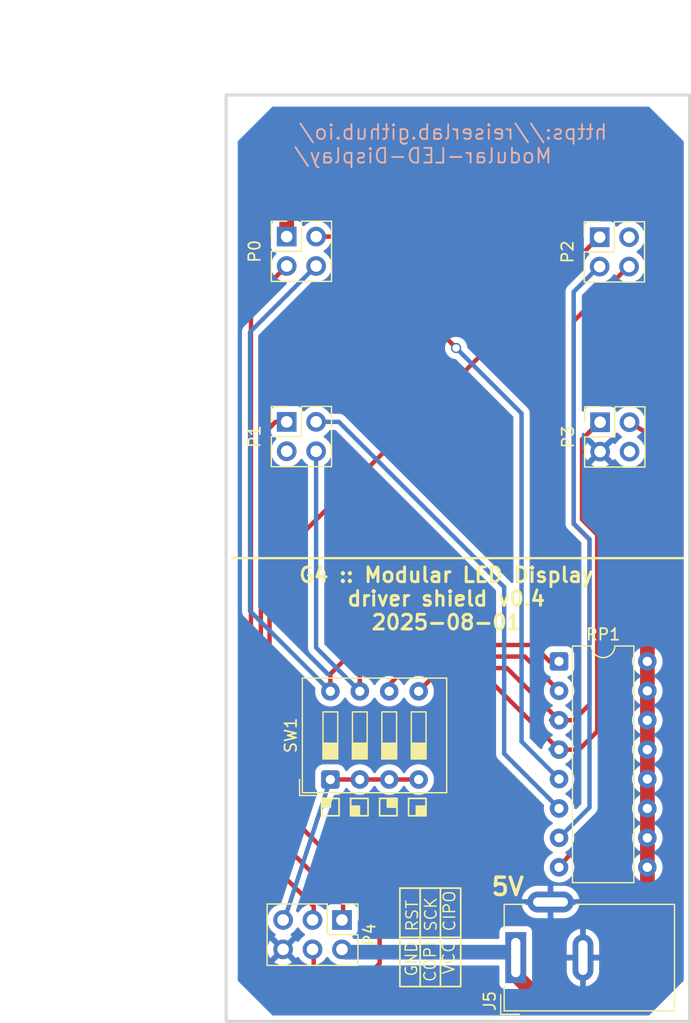
<source format=kicad_pcb>
(kicad_pcb (version 20241229) (generator "pcbnew") (generator_version "9.0")
  (title_block (title "driver shield") (date "2025-08-01") (rev "v0.4") (company "MCN-NET for Reiser Lab @ Janelia"))
  (layers (0 "F.Cu" signal) (2 "B.Cu" signal) (13 "F.Paste" user) (15 "B.Paste" user) (5 "F.SilkS" user "F.Silkscreen") (7 "B.SilkS" user "B.Silkscreen") (1 "F.Mask" user) (3 "B.Mask" user) (25 "Edge.Cuts" user))
  (net 0 "")
  (net 1 "+5V")
  (net 2 "/CS0")
  (net 3 "/CS1")
  (net 4 "/CS2")
  (net 5 "/CS3")
  (net 6 "/MISO")
  (net 7 "/MOSI")
  (net 8 "/RESET")
  (net 9 "/RESET_DRV0")
  (net 10 "/RESET_DRV1")
  (net 11 "/RESET_DRV2")
  (net 12 "/RESET_DRV3")
  (net 13 "/SCK")
  (net 14 "GND")
  (footprint "Connector_PinSocket_2.54mm:PinSocket_2x02_P2.54mm_Vertical" (layer "F.Cu") (at 55.23 62.23 90)
    (property "Reference" "P0" (at -1.27 -2.77 90) (layer "F.SilkS"))
    (property "Value" "CONN_2X2")
    (fp_line (start 1.33 -1.33) (end 1.33 0) (stroke (width 0.12)) (layer "F.SilkS"))
    (fp_line (start 0 -1.33) (end 1.33 -1.33) (stroke (width 0.12)) (layer "F.SilkS"))
    (fp_line (start -1.27 -1.33) (end -1.27 1.27) (stroke (width 0.12)) (layer "F.SilkS"))
    (fp_line (start -3.87 -1.33) (end -1.27 -1.33) (stroke (width 0.12)) (layer "F.SilkS"))
    (fp_line (start -3.87 -1.33) (end -3.87 3.87) (stroke (width 0.12)) (layer "F.SilkS"))
    (fp_line (start 1.33 1.27) (end 1.33 3.87) (stroke (width 0.12)) (layer "F.SilkS"))
    (fp_line (start -1.27 1.27) (end 1.33 1.27) (stroke (width 0.12)) (layer "F.SilkS"))
    (fp_line (start -3.87 3.87) (end 1.33 3.87) (stroke (width 0.12)) (layer "F.SilkS"))
    (pad "1" thru_hole rect (at 0 0 90) (size 1.7 1.7) (drill 1) (layers "*.Cu" "*.Mask") (net 1 "+5V"))
    (pad "2" thru_hole circle (at -2.54 0 90) (size 1.7 1.7) (drill 1) (layers "*.Cu" "*.Mask") (net 13 "/SCK"))
    (pad "3" thru_hole circle (at 0 2.54 90) (size 1.7 1.7) (drill 1) (layers "*.Cu" "*.Mask") (net 2 "/CS0"))
    (pad "4" thru_hole circle (at -2.54 2.54 90) (size 1.7 1.7) (drill 1) (layers "*.Cu" "*.Mask") (net 9 "/RESET_DRV0"))
  )
  (footprint "Connector_PinSocket_2.54mm:PinSocket_2x02_P2.54mm_Vertical" (layer "F.Cu") (at 55.23 78.23 90)
    (property "Reference" "P1" (at -1.27 -2.77 90) (layer "F.SilkS"))
    (property "Value" "CONN_2X2")
    (fp_line (start 1.33 -1.33) (end 1.33 0) (stroke (width 0.12)) (layer "F.SilkS"))
    (fp_line (start 0 -1.33) (end 1.33 -1.33) (stroke (width 0.12)) (layer "F.SilkS"))
    (fp_line (start -1.27 -1.33) (end -1.27 1.27) (stroke (width 0.12)) (layer "F.SilkS"))
    (fp_line (start -3.87 -1.33) (end -1.27 -1.33) (stroke (width 0.12)) (layer "F.SilkS"))
    (fp_line (start -3.87 -1.33) (end -3.87 3.87) (stroke (width 0.12)) (layer "F.SilkS"))
    (fp_line (start 1.33 1.27) (end 1.33 3.87) (stroke (width 0.12)) (layer "F.SilkS"))
    (fp_line (start -1.27 1.27) (end 1.33 1.27) (stroke (width 0.12)) (layer "F.SilkS"))
    (fp_line (start -3.87 3.87) (end 1.33 3.87) (stroke (width 0.12)) (layer "F.SilkS"))
    (pad "1" thru_hole rect (at 0 0 90) (size 1.7 1.7) (drill 1) (layers "*.Cu" "*.Mask") (net 6 "/MISO"))
    (pad "2" thru_hole circle (at -2.54 0 90) (size 1.7 1.7) (drill 1) (layers "*.Cu" "*.Mask"))
    (pad "3" thru_hole circle (at 0 2.54 90) (size 1.7 1.7) (drill 1) (layers "*.Cu" "*.Mask") (net 3 "/CS1"))
    (pad "4" thru_hole circle (at -2.54 2.54 90) (size 1.7 1.7) (drill 1) (layers "*.Cu" "*.Mask") (net 10 "/RESET_DRV1"))
  )
  (footprint "Connector_PinSocket_2.54mm:PinSocket_2x02_P2.54mm_Vertical" (layer "F.Cu") (at 82.24 62.28 90)
    (property "Reference" "P2" (at -1.27 -2.77 90) (layer "F.SilkS"))
    (property "Value" "CONN_2X2")
    (fp_line (start 1.33 -1.33) (end 1.33 0) (stroke (width 0.12)) (layer "F.SilkS"))
    (fp_line (start 0 -1.33) (end 1.33 -1.33) (stroke (width 0.12)) (layer "F.SilkS"))
    (fp_line (start -1.27 -1.33) (end -1.27 1.27) (stroke (width 0.12)) (layer "F.SilkS"))
    (fp_line (start -3.87 -1.33) (end -1.27 -1.33) (stroke (width 0.12)) (layer "F.SilkS"))
    (fp_line (start -3.87 -1.33) (end -3.87 3.87) (stroke (width 0.12)) (layer "F.SilkS"))
    (fp_line (start 1.33 1.27) (end 1.33 3.87) (stroke (width 0.12)) (layer "F.SilkS"))
    (fp_line (start -1.27 1.27) (end 1.33 1.27) (stroke (width 0.12)) (layer "F.SilkS"))
    (fp_line (start -3.87 3.87) (end 1.33 3.87) (stroke (width 0.12)) (layer "F.SilkS"))
    (pad "1" thru_hole rect (at 0 0 90) (size 1.7 1.7) (drill 1) (layers "*.Cu" "*.Mask") (net 7 "/MOSI"))
    (pad "2" thru_hole circle (at -2.54 0 90) (size 1.7 1.7) (drill 1) (layers "*.Cu" "*.Mask") (net 4 "/CS2"))
    (pad "3" thru_hole circle (at 0 2.54 90) (size 1.7 1.7) (drill 1) (layers "*.Cu" "*.Mask"))
    (pad "4" thru_hole circle (at -2.54 2.54 90) (size 1.7 1.7) (drill 1) (layers "*.Cu" "*.Mask") (net 11 "/RESET_DRV2"))
  )
  (footprint "Connector_PinSocket_2.54mm:PinSocket_2x02_P2.54mm_Vertical" (layer "F.Cu") (at 82.28 78.26 90)
    (property "Reference" "P3" (at -1.27 -2.77 90) (layer "F.SilkS"))
    (property "Value" "CONN_2X2")
    (fp_line (start 1.33 -1.33) (end 1.33 0) (stroke (width 0.12)) (layer "F.SilkS"))
    (fp_line (start 0 -1.33) (end 1.33 -1.33) (stroke (width 0.12)) (layer "F.SilkS"))
    (fp_line (start -1.27 -1.33) (end -1.27 1.27) (stroke (width 0.12)) (layer "F.SilkS"))
    (fp_line (start -3.87 -1.33) (end -1.27 -1.33) (stroke (width 0.12)) (layer "F.SilkS"))
    (fp_line (start -3.87 -1.33) (end -3.87 3.87) (stroke (width 0.12)) (layer "F.SilkS"))
    (fp_line (start 1.33 1.27) (end 1.33 3.87) (stroke (width 0.12)) (layer "F.SilkS"))
    (fp_line (start -1.27 1.27) (end 1.33 1.27) (stroke (width 0.12)) (layer "F.SilkS"))
    (fp_line (start -3.87 3.87) (end 1.33 3.87) (stroke (width 0.12)) (layer "F.SilkS"))
    (pad "1" thru_hole rect (at 0 0 90) (size 1.7 1.7) (drill 1) (layers "*.Cu" "*.Mask") (net 12 "/RESET_DRV3"))
    (pad "2" thru_hole circle (at -2.54 0 90) (size 1.7 1.7) (drill 1) (layers "*.Cu" "*.Mask") (net 14 "GND"))
    (pad "3" thru_hole circle (at 0 2.54 90) (size 1.7 1.7) (drill 1) (layers "*.Cu" "*.Mask") (net 5 "/CS3"))
    (pad "4" thru_hole circle (at -2.54 2.54 90) (size 1.7 1.7) (drill 1) (layers "*.Cu" "*.Mask"))
  )
  (footprint "Connector_PinHeader_2.54mm:PinHeader_2x03_P2.54mm_Vertical" (layer "F.Cu") (at 60 121.25 -90)
    (property "Reference" "P4" (at 1.27 -2.38 90) (layer "F.SilkS"))
    (property "Value" "CONN_3X2")
    (fp_line (start -1.38 6.46) (end 3.92 6.46) (stroke (width 0.12)) (layer "F.SilkS"))
    (fp_line (start -1.38 1.27) (end -1.38 6.46) (stroke (width 0.12)) (layer "F.SilkS"))
    (fp_line (start -1.38 1.27) (end 1.27 1.27) (stroke (width 0.12)) (layer "F.SilkS"))
    (fp_line (start 1.27 1.27) (end 1.27 -1.38) (stroke (width 0.12)) (layer "F.SilkS"))
    (fp_line (start -1.38 0) (end -1.38 -1.38) (stroke (width 0.12)) (layer "F.SilkS"))
    (fp_line (start -1.38 -1.38) (end 0 -1.38) (stroke (width 0.12)) (layer "F.SilkS"))
    (fp_line (start 1.27 -1.38) (end 3.92 -1.38) (stroke (width 0.12)) (layer "F.SilkS"))
    (fp_line (start 3.92 -1.38) (end 3.92 6.46) (stroke (width 0.12)) (layer "F.SilkS"))
    (pad "1" thru_hole rect (at 0 0 270) (size 1.7 1.7) (drill 1) (layers "*.Cu" "*.Mask") (net 6 "/MISO"))
    (pad "2" thru_hole circle (at 2.54 0 270) (size 1.7 1.7) (drill 1) (layers "*.Cu" "*.Mask") (net 1 "+5V"))
    (pad "3" thru_hole circle (at 0 2.54 270) (size 1.7 1.7) (drill 1) (layers "*.Cu" "*.Mask") (net 13 "/SCK"))
    (pad "4" thru_hole circle (at 2.54 2.54 270) (size 1.7 1.7) (drill 1) (layers "*.Cu" "*.Mask") (net 7 "/MOSI"))
    (pad "5" thru_hole circle (at 0 5.08 270) (size 1.7 1.7) (drill 1) (layers "*.Cu" "*.Mask") (net 8 "/RESET"))
    (pad "6" thru_hole circle (at 2.54 5.08 270) (size 1.7 1.7) (drill 1) (layers "*.Cu" "*.Mask") (net 14 "GND"))
  )
  (footprint "Connector_BarrelJack:BarrelJack_Wuerth_6941xx301002" (layer "F.Cu") (at 75.00052 124.5 90)
    (property "Reference" "J5" (at -3.75 -2.25052 90) (layer "F.SilkS"))
    (property "Value" "Barrel_Jack_Switch")
    (fp_line (start -3.2 -1.3) (end -4.9 -1.3) (stroke (width 0.12)) (layer "F.SilkS"))
    (fp_line (start -4.9 -1.3) (end -4.9 0.3) (stroke (width 0.12)) (layer "F.SilkS"))
    (fp_line (start 4.6 -1) (end 4.6 0.8) (stroke (width 0.12)) (layer "F.SilkS"))
    (fp_line (start 2.5 -1) (end 4.6 -1) (stroke (width 0.12)) (layer "F.SilkS"))
    (fp_line (start -4.6 -1) (end -2.5 -1) (stroke (width 0.12)) (layer "F.SilkS"))
    (fp_line (start 4.6 5.2) (end 4.6 13.7) (stroke (width 0.12)) (layer "F.SilkS"))
    (fp_line (start 4.6 13.7) (end -4.6 13.7) (stroke (width 0.12)) (layer "F.SilkS"))
    (fp_line (start -4.6 13.7) (end -4.6 -1) (stroke (width 0.12)) (layer "F.SilkS"))
    (pad "1" thru_hole rect (at 0 0 90) (size 4.4 1.8) (drill oval 3.4 0.8) (layers "*.Cu" "*.Mask") (net 1 "+5V"))
    (pad "2" thru_hole oval (at 0 5.8 90) (size 4 1.8) (drill oval 3 0.8) (layers "*.Cu" "*.Mask") (net 14 "GND"))
    (pad "3" thru_hole oval (at 4.8 3 180) (size 4 1.8) (drill oval 3 0.8) (layers "*.Cu" "*.Mask") (net 14 "GND"))
  )
  (footprint "Package_DIP:DIP-16_W7.62mm" (layer "F.Cu") (at 78.7356 98.92)
    (property "Reference" "RP1" (at 3.81 -2.33 0) (layer "F.SilkS"))
    (property "Value" "R_PACK8")
    (fp_line (start 1.16 -1.33) (end 1.16 19.11) (stroke (width 0.12)) (layer "F.SilkS"))
    (fp_line (start 1.16 19.11) (end 6.46 19.11) (stroke (width 0.12)) (layer "F.SilkS"))
    (fp_line (start 2.81 -1.33) (end 1.16 -1.33) (stroke (width 0.12)) (layer "F.SilkS"))
    (fp_line (start 6.46 -1.33) (end 4.81 -1.33) (stroke (width 0.12)) (layer "F.SilkS"))
    (fp_line (start 6.46 19.11) (end 6.46 -1.33) (stroke (width 0.12)) (layer "F.SilkS"))
    (fp_arc (start 4.81 -1.33) (mid 3.81 -0.33) (end 2.81 -1.33) (stroke (width 0.12)) (layer "F.SilkS"))
    (pad "1" thru_hole roundrect (at 0 0) (size 1.6 1.6) (drill 0.8) (layers "*.Cu" "*.Mask") (roundrect_rratio 0.15625) (net 9 "/RESET_DRV0"))
    (pad "2" thru_hole circle (at 0 2.54) (size 1.6 1.6) (drill 0.8) (layers "*.Cu" "*.Mask") (net 10 "/RESET_DRV1"))
    (pad "3" thru_hole circle (at 0 5.08) (size 1.6 1.6) (drill 0.8) (layers "*.Cu" "*.Mask") (net 11 "/RESET_DRV2"))
    (pad "4" thru_hole circle (at 0 7.62) (size 1.6 1.6) (drill 0.8) (layers "*.Cu" "*.Mask") (net 12 "/RESET_DRV3"))
    (pad "5" thru_hole circle (at 0 10.16) (size 1.6 1.6) (drill 0.8) (layers "*.Cu" "*.Mask") (net 2 "/CS0"))
    (pad "6" thru_hole circle (at 0 12.7) (size 1.6 1.6) (drill 0.8) (layers "*.Cu" "*.Mask") (net 3 "/CS1"))
    (pad "7" thru_hole circle (at 0 15.24) (size 1.6 1.6) (drill 0.8) (layers "*.Cu" "*.Mask") (net 4 "/CS2"))
    (pad "8" thru_hole circle (at 0 17.78) (size 1.6 1.6) (drill 0.8) (layers "*.Cu" "*.Mask") (net 5 "/CS3"))
    (pad "9" thru_hole circle (at 7.62 17.78) (size 1.6 1.6) (drill 0.8) (layers "*.Cu" "*.Mask") (net 1 "+5V"))
    (pad "10" thru_hole circle (at 7.62 15.24) (size 1.6 1.6) (drill 0.8) (layers "*.Cu" "*.Mask") (net 1 "+5V"))
    (pad "11" thru_hole circle (at 7.62 12.7) (size 1.6 1.6) (drill 0.8) (layers "*.Cu" "*.Mask") (net 1 "+5V"))
    (pad "12" thru_hole circle (at 7.62 10.16) (size 1.6 1.6) (drill 0.8) (layers "*.Cu" "*.Mask") (net 1 "+5V"))
    (pad "13" thru_hole circle (at 7.62 7.62) (size 1.6 1.6) (drill 0.8) (layers "*.Cu" "*.Mask") (net 1 "+5V"))
    (pad "14" thru_hole circle (at 7.62 5.08) (size 1.6 1.6) (drill 0.8) (layers "*.Cu" "*.Mask") (net 1 "+5V"))
    (pad "15" thru_hole circle (at 7.62 2.54) (size 1.6 1.6) (drill 0.8) (layers "*.Cu" "*.Mask") (net 1 "+5V"))
    (pad "16" thru_hole circle (at 7.62 0) (size 1.6 1.6) (drill 0.8) (layers "*.Cu" "*.Mask") (net 1 "+5V"))
  )
  (footprint "Button_Switch_THT:SW_DIP_SPSTx04_Slide_9.78x12.34mm_W7.62mm_P2.54mm" (layer "F.Cu") (at 59 109.12 90)
    (property "Reference" "SW1" (at 3.81 -3.42 90) (layer "F.SilkS"))
    (property "Value" "SW_DIP_x04")
    (fp_line (start -1.38 -2.66) (end 0.003 -2.66) (stroke (width 0.12)) (layer "F.SilkS"))
    (fp_line (start -1.38 -2.66) (end -1.38 -1.277) (stroke (width 0.12)) (layer "F.SilkS"))
    (fp_line (start 8.76 -2.42) (end 8.76 10.04) (stroke (width 0.12)) (layer "F.SilkS"))
    (fp_line (start -1.14 -2.42) (end 8.76 -2.42) (stroke (width 0.12)) (layer "F.SilkS"))
    (fp_line (start -1.14 -2.42) (end -1.14 10.04) (stroke (width 0.12)) (layer "F.SilkS"))
    (fp_line (start 3.133333 -0.635) (end 3.133333 0.635) (stroke (width 0.12)) (layer "F.SilkS"))
    (fp_line (start 3.133333 1.905) (end 3.133333 3.175) (stroke (width 0.12)) (layer "F.SilkS"))
    (fp_line (start 3.133333 4.445) (end 3.133333 5.715) (stroke (width 0.12)) (layer "F.SilkS"))
    (fp_line (start 3.133333 6.985) (end 3.133333 8.255) (stroke (width 0.12)) (layer "F.SilkS"))
    (fp_line (start -1.14 10.04) (end 8.76 10.04) (stroke (width 0.12)) (layer "F.SilkS"))
    (fp_rect (start 1.78 -0.635) (end 5.84 0.635) (stroke (width 0.12)) (fill no) (layer "F.SilkS"))
    (fp_rect (start 1.78 -0.635) (end 3.133333 0.635) (stroke (width 0.12)) (fill yes) (layer "F.SilkS"))
    (fp_rect (start 1.78 1.905) (end 5.84 3.175) (stroke (width 0.12)) (fill no) (layer "F.SilkS"))
    (fp_rect (start 1.78 1.905) (end 3.133333 3.175) (stroke (width 0.12)) (fill yes) (layer "F.SilkS"))
    (fp_rect (start 1.78 4.445) (end 5.84 5.715) (stroke (width 0.12)) (fill no) (layer "F.SilkS"))
    (fp_rect (start 1.78 4.445) (end 3.133333 5.715) (stroke (width 0.12)) (fill yes) (layer "F.SilkS"))
    (fp_rect (start 1.78 6.985) (end 5.84 8.255) (stroke (width 0.12)) (fill no) (layer "F.SilkS"))
    (fp_rect (start 1.78 6.985) (end 3.133333 8.255) (stroke (width 0.12)) (fill yes) (layer "F.SilkS"))
    (pad "1" thru_hole roundrect (at 0 0 90) (size 1.6 1.6) (drill 0.8) (layers "*.Cu" "*.Mask") (roundrect_rratio 0.15625) (net 8 "/RESET"))
    (pad "2" thru_hole circle (at 0 2.54 90) (size 1.6 1.6) (drill 0.8) (layers "*.Cu" "*.Mask") (net 8 "/RESET"))
    (pad "3" thru_hole circle (at 0 5.08 90) (size 1.6 1.6) (drill 0.8) (layers "*.Cu" "*.Mask") (net 8 "/RESET"))
    (pad "4" thru_hole circle (at 0 7.62 90) (size 1.6 1.6) (drill 0.8) (layers "*.Cu" "*.Mask") (net 8 "/RESET"))
    (pad "5" thru_hole circle (at 7.62 7.62 90) (size 1.6 1.6) (drill 0.8) (layers "*.Cu" "*.Mask") (net 12 "/RESET_DRV3"))
    (pad "6" thru_hole circle (at 7.62 5.08 90) (size 1.6 1.6) (drill 0.8) (layers "*.Cu" "*.Mask") (net 11 "/RESET_DRV2"))
    (pad "7" thru_hole circle (at 7.62 2.54 90) (size 1.6 1.6) (drill 0.8) (layers "*.Cu" "*.Mask") (net 10 "/RESET_DRV1"))
    (pad "8" thru_hole circle (at 7.62 0 90) (size 1.6 1.6) (drill 0.8) (layers "*.Cu" "*.Mask") (net 9 "/RESET_DRV0"))
  )
  (gr_circle (center 55.25 62.23) (end 55.67 62.3) (stroke (width 0.2)) (fill no) (layer "F.Cu") (net 1))
  (gr_rect (start 65.75 110.75) (end 67.25 112.25) (stroke (width 0.15)) (fill no) (layer "F.SilkS"))
  (gr_rect (start 65 118.5) (end 70.25 127) (stroke (width 0.15)) (fill no) (layer "F.SilkS"))
  (gr_rect (start 66.425 111.425) (end 67.175 112.175) (stroke (width 0.15)) (fill yes) (layer "F.SilkS"))
  (gr_rect (start 58.25 110.75) (end 59 111.5) (stroke (width 0.15)) (fill yes) (layer "F.SilkS"))
  (gr_rect (start 63.25 110.75) (end 64.75 112.25) (stroke (width 0.15)) (fill no) (layer "F.SilkS"))
  (gr_rect (start 60.75 110.75) (end 62.25 112.25) (stroke (width 0.15)) (fill no) (layer "F.SilkS"))
  (gr_line (start 66.75 118.5) (end 66.75 127) (stroke (width 0.15)) (layer "F.SilkS"))
  (gr_rect (start 63.925 110.75) (end 64.675 111.5) (stroke (width 0.15)) (fill yes) (layer "F.SilkS"))
  (gr_line (start 68.5 118.5) (end 68.5 127) (stroke (width 0.15)) (layer "F.SilkS"))
  (gr_line (start 50.5 90) (end 89.5 90) (stroke (width 0.2)) (layer "F.SilkS"))
  (gr_line (start 65 122.75) (end 70.25 122.75) (stroke (width 0.15)) (layer "F.SilkS"))
  (gr_rect (start 58.25 110.75) (end 59.75 112.25) (stroke (width 0.15)) (fill no) (layer "F.SilkS"))
  (gr_rect (start 60.75 111.425) (end 61.5 112.175) (stroke (width 0.15)) (fill yes) (layer "F.SilkS"))
  (gr_line (start 50 50) (end 90 50) (stroke (width 0.25)) (layer "Edge.Cuts"))
  (gr_line (start 50 130) (end 90 130) (stroke (width 0.25)) (layer "Edge.Cuts"))
  (gr_line (start 50 50) (end 50 130) (stroke (width 0.25)) (layer "Edge.Cuts"))
  (gr_line (start 90 50) (end 90 130) (stroke (width 0.25)) (layer "Edge.Cuts"))
  (gr_text "RST\nSCK\nCIPO" (at 69.86 122.32 90) (layer "F.SilkS") (effects (font (size 1 1) (thickness 0.125)) (justify left bottom)))
  (gr_text "GND\nCOPI\nVCC" (at 69.8 123 90) (layer "F.SilkS") (effects (font (size 1 1) (thickness 0.125)) (justify right bottom)))
  (gr_text "5V" (at 72.75 119.25 0) (layer "F.SilkS") (effects (font (size 1.5 1.5) (thickness 0.3) (bold yes)) (justify left bottom)))
  (gr_text "G4 :: Modular LED Display\n${TITLE} ${REVISION}\n${ISSUE_DATE}" (at 69 93.5 0) (layer "F.SilkS") (effects (font (size 1.27 1.27) (thickness 0.254))))
  (gr_text "https://reiserlab.github.io/\n	Modular-LED-Display/" (at 83 56 0) (layer "B.SilkS") (effects (font (size 1.27 1.27) (thickness 0.15875)) (justify left bottom mirror)))
  (segment (start 84.5 57) (end 58 57) (width 1.27) (layer "F.Cu") (net 1))
  (segment (start 82.34 128.48) (end 86.36 124.46) (width 1.27) (layer "F.Cu") (net 1))
  (segment (start 55.23 59.77) (end 55.23 62.23) (width 1.27) (layer "F.Cu") (net 1))
  (segment (start 86.36 124.46) (end 86.36 96.36) (width 1.27) (layer "F.Cu") (net 1))
  (segment (start 77.45 128.48) (end 82.34 128.48) (width 1.27) (layer "F.Cu") (net 1))
  (segment (start 86.36 96.36) (end 88 94.72) (width 1.27) (layer "F.Cu") (net 1))
  (segment (start 88 60.5) (end 84.5 57) (width 1.27) (layer "F.Cu") (net 1))
  (segment (start 75.00052 126.03052) (end 77.45 128.48) (width 1.27) (layer "F.Cu") (net 1))
  (segment (start 58 57) (end 55.23 59.77) (width 1.27) (layer "F.Cu") (net 1))
  (segment (start 75.00052 124.5) (end 75.00052 126.03052) (width 1.27) (layer "F.Cu") (net 1))
  (segment (start 88 94.72) (end 88 60.5) (width 1.27) (layer "F.Cu") (net 1))
  (segment (start 60.1 123.8) (end 60.330193 124.030193) (width 1.27) (layer "B.Cu") (net 1))
  (segment (start 74.530713 124.030193) (end 75.00052 124.5) (width 1.27) (layer "B.Cu") (net 1))
  (segment (start 60.330193 124.030193) (end 74.530713 124.030193) (width 1.27) (layer "B.Cu") (net 1))
  (segment (start 75.00052 124.429091) (end 75.00052 124.5) (width 1.27) (layer "B.Cu") (net 1))
  (segment (start 69.85 71.85) (end 69.85 71.84) (width 0.381) (layer "F.Cu") (net 2))
  (segment (start 69.85 71.84) (end 60.24 62.23) (width 0.381) (layer "F.Cu") (net 2))
  (segment (start 60.24 62.23) (end 57.77 62.23) (width 0.381) (layer "F.Cu") (net 2))
  (segment (start 57.8596 62.23) (end 57.77 62.23) (width 0.381) (layer "F.Cu") (net 2))
  (via (at 69.85 71.85) (size 0.889) (drill 0.635) (layers "F.Cu" "B.Cu") (net 2))
  (segment (start 69.85 71.85) (end 75.5 77.5) (width 0.381) (layer "B.Cu") (net 2))
  (segment (start 75.5 105.8444) (end 78.7356 109.08) (width 0.381) (layer "B.Cu") (net 2))
  (segment (start 75.5 77.5) (end 75.5 105.8444) (width 0.381) (layer "B.Cu") (net 2))
  (segment (start 59.73 78.23) (end 74 92.5) (width 0.381) (layer "B.Cu") (net 3))
  (segment (start 57.77 78.23) (end 59.73 78.23) (width 0.381) (layer "B.Cu") (net 3))
  (segment (start 74 106.8844) (end 78.7356 111.62) (width 0.381) (layer "B.Cu") (net 3))
  (segment (start 74 92.5) (end 74 106.8844) (width 0.381) (layer "B.Cu") (net 3))
  (segment (start 82.23 64.77) (end 80 67) (width 0.381) (layer "B.Cu") (net 4))
  (segment (start 80 67) (end 80 87) (width 0.381) (layer "B.Cu") (net 4))
  (segment (start 81.365 111.5306) (end 78.7356 114.16) (width 0.381) (layer "B.Cu") (net 4))
  (segment (start 80 87) (end 81.365 88.365) (width 0.381) (layer "B.Cu") (net 4))
  (segment (start 81.365 88.365) (end 81.365 111.5306) (width 0.381) (layer "B.Cu") (net 4))
  (segment (start 86.5 82.5) (end 84 85) (width 0.381) (layer "F.Cu") (net 5))
  (segment (start 86.5 79.5) (end 86.5 82.5) (width 0.381) (layer "F.Cu") (net 5))
  (segment (start 84 85) (end 84 110.5) (width 0.381) (layer "F.Cu") (net 5))
  (segment (start 84.77 78.23) (end 86 79) (width 0.381) (layer "F.Cu") (net 5))
  (segment (start 84 110.5) (end 78.7356 116.7) (width 0.381) (layer "F.Cu") (net 5))
  (segment (start 86 79) (end 86.5 79.5) (width 0.381) (layer "F.Cu") (net 5))
  (segment (start 84.915751 78.084249) (end 84.77 78.23) (width 0.381) (layer "B.Cu") (net 5))
  (segment (start 60.1 121.26) (end 60.1 119.85) (width 0.381) (layer "F.Cu") (net 6))
  (segment (start 53 79.5) (end 54.27 78.23) (width 0.381) (layer "F.Cu") (net 6))
  (segment (start 54.27 78.23) (end 55.23 78.23) (width 0.381) (layer "F.Cu") (net 6))
  (segment (start 53 112.75) (end 53 79.5) (width 0.381) (layer "F.Cu") (net 6))
  (segment (start 60.1 119.85) (end 53 112.75) (width 0.381) (layer "F.Cu") (net 6))
  (segment (start 53.75 90.71) (end 82.23 62.23) (width 0.381) (layer "F.Cu") (net 7))
  (segment (start 58.75 126.5) (end 61.75 126.5) (width 0.381) (layer "F.Cu") (net 7))
  (segment (start 63.25 125) (end 63.25 120) (width 0.381) (layer "F.Cu") (net 7))
  (segment (start 57.56 123.8) (end 57.56 125.31) (width 0.381) (layer "F.Cu") (net 7))
  (segment (start 57.56 125.31) (end 58.75 126.5) (width 0.381) (layer "F.Cu") (net 7))
  (segment (start 61.75 126.5) (end 63.25 125) (width 0.381) (layer "F.Cu") (net 7))
  (segment (start 53.75 110.5) (end 53.75 90.71) (width 0.381) (layer "F.Cu") (net 7))
  (segment (start 63.25 120) (end 53.75 110.5) (width 0.381) (layer "F.Cu") (net 7))
  (segment (start 59 109.12) (end 66.62 109.12) (width 0.381) (layer "F.Cu") (net 8))
  (segment (start 55.02 121.26) (end 59 109.12) (width 0.381) (layer "B.Cu") (net 8))
  (segment (start 77.92 98.92) (end 78.7356 98.92) (width 0.381) (layer "F.Cu") (net 9))
  (segment (start 59 100) (end 61.5 97.5) (width 0.381) (layer "F.Cu") (net 9))
  (segment (start 78.127701 99.007701) (end 78.38 99.26) (width 0.381) (layer "F.Cu") (net 9))
  (segment (start 59 101.5) (end 59 100) (width 0.381) (layer "F.Cu") (net 9))
  (segment (start 61.5 97.5) (end 76.5 97.5) (width 0.381) (layer "F.Cu") (net 9))
  (segment (start 76.5 97.5) (end 77.92 98.92) (width 0.381) (layer "F.Cu") (net 9))
  (segment (start 52.07 70.47) (end 57.77 64.77) (width 0.381) (layer "B.Cu") (net 9))
  (segment (start 59 101.5) (end 52.07 94.57) (width 0.381) (layer "B.Cu") (net 9))
  (segment (start 52.07 94.57) (end 52.07 70.47) (width 0.381) (layer "B.Cu") (net 9))
  (segment (start 61.54 99.96) (end 63 98.5) (width 0.381) (layer "F.Cu") (net 10))
  (segment (start 61.54 101.5) (end 61.54 99.96) (width 0.381) (layer "F.Cu") (net 10))
  (segment (start 63 98.5) (end 75.7756 98.5) (width 0.381) (layer "F.Cu") (net 10))
  (segment (start 57.5378 81.0022) (end 57.77 80.77) (width 0.381) (layer "F.Cu") (net 10))
  (segment (start 75.7756 98.5) (end 78.7356 101.46) (width 0.381) (layer "F.Cu") (net 10))
  (segment (start 61.54 101.5) (end 57.77 97.73) (width 0.381) (layer "B.Cu") (net 10))
  (segment (start 57.77 97.73) (end 57.77 80.77) (width 0.381) (layer "B.Cu") (net 10))
  (segment (start 65.5 99.5) (end 74.2356 99.5) (width 0.381) (layer "F.Cu") (net 11))
  (segment (start 78.04 104) (end 78.38 104.34) (width 0.381) (layer "F.Cu") (net 11))
  (segment (start 80 104) (end 78.7356 104) (width 0.381) (layer "F.Cu") (net 11))
  (segment (start 81.36 102.64) (end 80 104) (width 0.381) (layer "F.Cu") (net 11))
  (segment (start 79.16 104.34) (end 78.38 104.34) (width 0.381) (layer "F.Cu") (net 11))
  (segment (start 74.2356 99.5) (end 78.7356 104) (width 0.381) (layer "F.Cu") (net 11))
  (segment (start 84.77 64.77) (end 80 69.54) (width 0.381) (layer "F.Cu") (net 11))
  (segment (start 64.08 100.92) (end 65.5 99.5) (width 0.381) (layer "F.Cu") (net 11))
  (segment (start 81.36 88.4) (end 81.36 102.64) (width 0.381) (layer "F.Cu") (net 11))
  (segment (start 80 69.54) (end 80 87.04) (width 0.381) (layer "F.Cu") (net 11))
  (segment (start 80 87.04) (end 81.36 88.4) (width 0.381) (layer "F.Cu") (net 11))
  (segment (start 64.08 101.5) (end 64.08 100.92) (width 0.381) (layer "F.Cu") (net 11))
  (segment (start 82.03 104.97) (end 80.46 106.54) (width 0.381) (layer "F.Cu") (net 12))
  (segment (start 80.72 79.74) (end 80.72 86.66) (width 0.381) (layer "F.Cu") (net 12))
  (segment (start 80.72 86.66) (end 82.03 87.97) (width 0.381) (layer "F.Cu") (net 12))
  (segment (start 82.23 78.23) (end 80.72 79.74) (width 0.381) (layer "F.Cu") (net 12))
  (segment (start 72.6956 100.5) (end 78.7356 106.54) (width 0.381) (layer "F.Cu") (net 12))
  (segment (start 66.62 101.5) (end 67.62 100.5) (width 0.381) (layer "F.Cu") (net 12))
  (segment (start 82.03 87.97) (end 82.03 104.97) (width 0.381) (layer "F.Cu") (net 12))
  (segment (start 67.62 100.5) (end 72.6956 100.5) (width 0.381) (layer "F.Cu") (net 12))
  (segment (start 80.46 106.54) (end 78.7356 106.54) (width 0.381) (layer "F.Cu") (net 12))
  (segment (start 78.38 106.88) (end 78 106.5) (width 0.381) (layer "B.Cu") (net 12))
  (segment (start 57.56 120.06) (end 57.56 121.26) (width 0.381) (layer "F.Cu") (net 13))
  (segment (start 55.23 64.77) (end 52.144385 67.855615) (width 0.381) (layer "F.Cu") (net 13))
  (segment (start 52.144385 67.855615) (end 52.144385 114.644385) (width 0.381) (layer "F.Cu") (net 13))
  (segment (start 52.144385 114.644385) (end 57.56 120.06) (width 0.381) (layer "F.Cu") (net 13))
  (zone (net 14) (net_name "GND") (layer "B.Cu") (connect_pads (clearance 0.508)) (min_thickness 0.25) (fill yes (thermal_gap 0.5) (thermal_bridge_width 0.5) (smoothing chamfer) (radius 3))
    (polygon (pts (xy 51 51) (xy 51 129.5) (xy 89.5 129.5) (xy 89.5 51)))
  )
)
</source>
